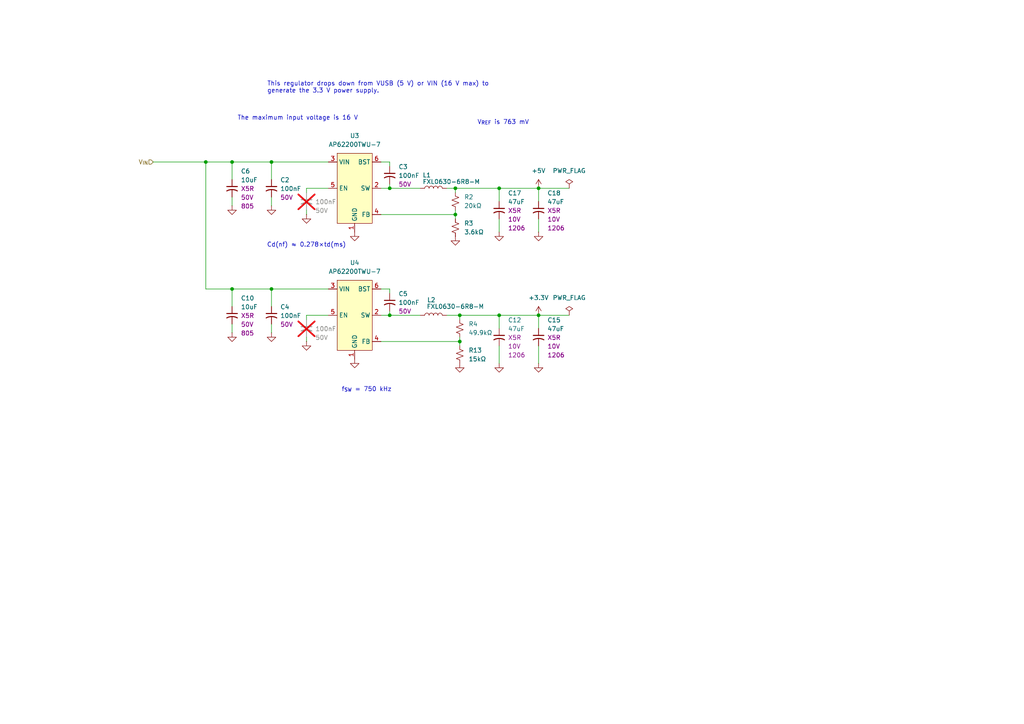
<source format=kicad_sch>
(kicad_sch (version 20250114) (generator "eeschema") (generator_version "9.0")
  (paper "A4")
  (lib_symbols
    (symbol "!Capacitor-0603:100nF_X7R_50V" (pin_numbers (hide yes)) (pin_names (offset 0.254) (hide yes))
      (property "Reference" "C" (at 2.032 1.778 0))
      (property "Value" "100nF" (at 2.032 0 0))
      (property "Voltage" "50V" (at 2.032 -1.778 0))
      (symbol "100nF_X7R_50V_0_1"
        (polyline (pts (xy -1.524 0.508) (xy 1.524 0.508)) (stroke (width 0.3048)))
        (arc (start -1.524 -0.762) (mid 0 -0.3734) (end 1.524 -0.762) (stroke (width 0.3048)))
      )
      (symbol "100nF_X7R_50V_1_1"
        (pin passive line (at 0 2.54 270) (length 2.032) (name "~") (number "1"))
        (pin passive line (at 0 -2.54 90) (length 2.032) (name "~") (number "2"))
      )
    )
    (symbol "!Capacitor-0805:10uF_X5R_50V" (pin_numbers (hide yes)) (pin_names (offset 0.254) (hide yes))
      (property "Reference" "C" (at 2.032 1.778 0))
      (property "Value" "10uF" (at 0.254 -2.032 0))
      (property "Tempco" "X5R" (at 2.032 -1.778 0))
      (property "Voltage" "50V" (at 2.032 0 0))
      (property "Package" "805" (at 2.032 -3.556 0))
      (symbol "10uF_X5R_50V_0_1"
        (polyline (pts (xy -1.524 0.508) (xy 1.524 0.508)) (stroke (width 0.3048)))
        (arc (start -1.524 -0.762) (mid 0 -0.3734) (end 1.524 -0.762) (stroke (width 0.3048)))
      )
      (symbol "10uF_X5R_50V_1_1"
        (pin passive line (at 0 2.54 270) (length 2.032) (name "~") (number "1"))
        (pin passive line (at 0 -2.54 90) (length 2.032) (name "~") (number "2"))
      )
    )
    (symbol "!Capacitor-1206:47uF_X5R_10V" (pin_numbers (hide yes)) (pin_names (offset 0.254) (hide yes))
      (property "Reference" "C" (at 2.032 1.778 0))
      (property "Value" "47uF" (at 0.254 -2.032 0))
      (property "Tempco" "X5R" (at 2.032 -1.778 0))
      (property "Voltage" "10V" (at 2.032 0 0))
      (property "Package" "1206" (at 2.032 -3.556 0))
      (symbol "47uF_X5R_10V_0_1"
        (polyline (pts (xy -1.524 0.508) (xy 1.524 0.508)) (stroke (width 0.3048)))
        (arc (start -1.524 -0.762) (mid 0 -0.3734) (end 1.524 -0.762) (stroke (width 0.3048)))
      )
      (symbol "47uF_X5R_10V_1_1"
        (pin passive line (at 0 2.54 270) (length 2.032) (name "~") (number "1"))
        (pin passive line (at 0 -2.54 90) (length 2.032) (name "~") (number "2"))
      )
    )
    (symbol "!Inductor-Power:FXL0630-6R8-M" (pin_numbers (hide yes)) (pin_names (offset 1.016) (hide yes))
      (property "Reference" "L" (at -1.27 0 90))
      (property "Value" "FXL0630-6R8-M" (at 1.905 0 90))
      (symbol "FXL0630-6R8-M_0_1"
        (arc (start 0 2.54) (mid 0.6323 1.905) (end 0 1.27))
        (arc (start 0 1.27) (mid 0.6323 0.635) (end 0 0))
        (arc (start 0 0) (mid 0.6323 -0.635) (end 0 -1.27))
        (arc (start 0 -1.27) (mid 0.6323 -1.905) (end 0 -2.54))
      )
      (symbol "FXL0630-6R8-M_1_1"
        (pin passive line (at 0 3.81 270) (length 1.27) (name "1") (number "1"))
        (pin passive line (at 0 -3.81 90) (length 1.27) (name "2") (number "2"))
      )
    )
    (symbol "!Power Management:AP62200TWU-7"
      (property "Reference" "U" (at 0 13.462 0))
      (property "Value" "AP62200TWU-7" (at 0 11.176 0))
      (symbol "AP62200TWU-7_0_0"
        (pin power_in line (at -7.62 7.62 0) (length 2.54) (name "VIN") (number "3"))
        (pin input line (at -7.62 0 0) (length 2.54) (name "EN") (number "5"))
        (pin power_in line (at 0 -12.7 90) (length 2.54) (name "GND") (number "1"))
        (pin passive line (at 7.62 7.62 180) (length 2.54) (name "BST") (number "6"))
        (pin passive line (at 7.62 0 180) (length 2.54) (name "SW") (number "2"))
        (pin passive line (at 7.62 -7.62 180) (length 2.54) (name "FB") (number "4"))
      )
      (symbol "AP62200TWU-7_1_1"
        (rectangle (start -5.08 10.16) (end 5.08 -10.16) (fill (type background)))
      )
    )
    (symbol "!Resistor-0603:15kΩ" (pin_numbers (hide yes)) (pin_names (offset 0.254) (hide yes))
      (property "Reference" "R" (at 1.27 1.27 0))
      (property "Value" "15kΩ" (at 1.27 -0.508 0))
      (symbol "15kΩ_1_1"
        (polyline (pts (xy 0 1.524) (xy 1.016 1.143) (xy 0 0.762) (xy -1.016 0.381) (xy 0 0)))
        (polyline (pts (xy 0 0) (xy 1.016 -0.381) (xy 0 -0.762) (xy -1.016 -1.143) (xy 0 -1.524)))
        (pin passive line (at 0 2.54 270) (length 1.016) (name "~") (number "1"))
        (pin passive line (at 0 -2.54 90) (length 1.016) (name "~") (number "2"))
      )
    )
    (symbol "!Resistor-0603:20kΩ" (pin_numbers (hide yes)) (pin_names (offset 0.254) (hide yes))
      (property "Reference" "R" (at 1.27 1.27 0))
      (property "Value" "20kΩ" (at 1.27 -0.508 0))
      (symbol "20kΩ_1_1"
        (polyline (pts (xy 0 1.524) (xy 1.016 1.143) (xy 0 0.762) (xy -1.016 0.381) (xy 0 0)))
        (polyline (pts (xy 0 0) (xy 1.016 -0.381) (xy 0 -0.762) (xy -1.016 -1.143) (xy 0 -1.524)))
        (pin passive line (at 0 2.54 270) (length 1.016) (name "~") (number "1"))
        (pin passive line (at 0 -2.54 90) (length 1.016) (name "~") (number "2"))
      )
    )
    (symbol "!Resistor-0603:3.6kΩ" (pin_numbers (hide yes)) (pin_names (offset 0.254) (hide yes))
      (property "Reference" "R" (at 1.27 1.27 0))
      (property "Value" "3.6kΩ" (at 1.27 -0.508 0))
      (symbol "3.6kΩ_1_1"
        (polyline (pts (xy 0 1.524) (xy 1.016 1.143) (xy 0 0.762) (xy -1.016 0.381) (xy 0 0)))
        (polyline (pts (xy 0 0) (xy 1.016 -0.381) (xy 0 -0.762) (xy -1.016 -1.143) (xy 0 -1.524)))
        (pin passive line (at 0 2.54 270) (length 1.016) (name "~") (number "1"))
        (pin passive line (at 0 -2.54 90) (length 1.016) (name "~") (number "2"))
      )
    )
    (symbol "!Resistor-0603:49.9kΩ" (pin_numbers (hide yes)) (pin_names (offset 0.254) (hide yes))
      (property "Reference" "R" (at 1.27 1.27 0))
      (property "Value" "49.9kΩ" (at 1.27 -0.508 0))
      (symbol "49.9kΩ_1_1"
        (polyline (pts (xy 0 1.524) (xy 1.016 1.143) (xy 0 0.762) (xy -1.016 0.381) (xy 0 0)))
        (polyline (pts (xy 0 0) (xy 1.016 -0.381) (xy 0 -0.762) (xy -1.016 -1.143) (xy 0 -1.524)))
        (pin passive line (at 0 2.54 270) (length 1.016) (name "~") (number "1"))
        (pin passive line (at 0 -2.54 90) (length 1.016) (name "~") (number "2"))
      )
    )
    (symbol "power:+5V" (power) (pin_numbers (hide yes)) (pin_names (offset 0) (hide yes))
      (property "Value" "+5V" (at 0 3.556 0))
      (symbol "+5V_0_1"
        (polyline (pts (xy -0.762 1.27) (xy 0 2.54)))
        (polyline (pts (xy 0 2.54) (xy 0.762 1.27)))
        (polyline (pts (xy 0 0) (xy 0 2.54)))
      )
      (symbol "+5V_1_1"
        (pin power_in line (at 0 0 90) (length 0) (name "~") (number "1"))
      )
    )
    (symbol "power:GND" (power) (pin_numbers (hide yes)) (pin_names (offset 0) (hide yes))
      (property "Value" "GND" (at 0 -3.81 0))
      (symbol "GND_0_1"
        (polyline (pts (xy 0 0) (xy 0 -1.27) (xy 1.27 -1.27) (xy 0 -2.54) (xy -1.27 -1.27) (xy 0 -1.27)))
      )
      (symbol "GND_1_1"
        (pin power_in line (at 0 0 270) (length 0) (name "~") (number "1"))
      )
    )
    (symbol "power:PWR_FLAG" (power) (pin_numbers (hide yes)) (pin_names (offset 0) (hide yes))
      (property "Value" "PWR_FLAG" (at 0 3.81 0))
      (symbol "PWR_FLAG_0_0"
        (pin power_out line (at 0 0 90) (length 0) (name "~") (number "1"))
      )
      (symbol "PWR_FLAG_0_1"
        (polyline (pts (xy 0 0) (xy 0 1.27) (xy -1.016 1.905) (xy 0 2.54) (xy 1.016 1.905) (xy 0 1.27)))
      )
    )
  )
  (text "This regulator drops down from VUSB (5 V) or VIN (16 V max) to \ngenerate the 3.3 V power supply." (at 77.47 25.4 0) (effects (font (size 1.27 1.27)) (justify left)))
  (text "f_{SW} = 750 kHz" (at 99.06 113.03 0) (effects (font (size 1.27 1.27)) (justify left)))
  (text "V_{REF} is 763 mV" (at 138.43 35.56 0) (effects (font (size 1.27 1.27)) (justify left)))
  (text "Cd(nf) ≈ 0.278×td(ms)" (at 88.9 71.12 0) (effects (font (size 1.27 1.27))))
  (text "The maximum input voltage is 16 V" (at 86.36 34.29 0) (effects (font (size 1.27 1.27))))
  (junction (at 113.03 91.44))
  (junction (at 67.31 83.82))
  (junction (at 113.03 54.61))
  (junction (at 132.08 54.61))
  (junction (at 67.31 46.99))
  (junction (at 144.78 54.61))
  (junction (at 133.35 91.44))
  (junction (at 78.74 83.82))
  (junction (at 133.35 99.06))
  (junction (at 144.78 91.44))
  (junction (at 132.08 62.23))
  (junction (at 156.21 54.61))
  (junction (at 156.21 91.44))
  (junction (at 78.74 46.99))
  (junction (at 59.69 46.99))
  (wire (pts (xy 110.49 83.82) (xy 113.03 83.82)))
  (wire (pts (xy 110.49 46.99) (xy 113.03 46.99)))
  (wire (pts (xy 88.9 97.79) (xy 88.9 99.06)))
  (wire (pts (xy 113.03 54.61) (xy 121.92 54.61)))
  (wire (pts (xy 67.31 57.15) (xy 67.31 59.69)))
  (wire (pts (xy 110.49 91.44) (xy 113.03 91.44)))
  (wire (pts (xy 88.9 54.61) (xy 95.25 54.61)))
  (wire (pts (xy 133.35 97.79) (xy 133.35 99.06)))
  (wire (pts (xy 67.31 46.99) (xy 59.69 46.99)))
  (wire (pts (xy 113.03 46.99) (xy 113.03 48.26)))
  (wire (pts (xy 78.74 57.15) (xy 78.74 59.69)))
  (wire (pts (xy 110.49 54.61) (xy 113.03 54.61)))
  (wire (pts (xy 78.74 83.82) (xy 95.25 83.82)))
  (wire (pts (xy 133.35 99.06) (xy 133.35 100.33)))
  (wire (pts (xy 67.31 83.82) (xy 59.69 83.82)))
  (wire (pts (xy 156.21 91.44) (xy 144.78 91.44)))
  (wire (pts (xy 67.31 93.98) (xy 67.31 96.52)))
  (wire (pts (xy 67.31 83.82) (xy 67.31 88.9)))
  (wire (pts (xy 78.74 93.98) (xy 78.74 96.52)))
  (wire (pts (xy 144.78 58.42) (xy 144.78 54.61)))
  (wire (pts (xy 132.08 62.23) (xy 132.08 63.5)))
  (wire (pts (xy 113.03 90.17) (xy 113.03 91.44)))
  (wire (pts (xy 78.74 83.82) (xy 67.31 83.82)))
  (wire (pts (xy 144.78 100.33) (xy 144.78 105.41)))
  (wire (pts (xy 156.21 63.5) (xy 156.21 67.31)))
  (wire (pts (xy 44.45 46.99) (xy 59.69 46.99)))
  (wire (pts (xy 133.35 91.44) (xy 133.35 92.71)))
  (wire (pts (xy 132.08 60.96) (xy 132.08 62.23)))
  (wire (pts (xy 156.21 54.61) (xy 156.21 58.42)))
  (wire (pts (xy 78.74 46.99) (xy 95.25 46.99)))
  (wire (pts (xy 129.54 54.61) (xy 132.08 54.61)))
  (wire (pts (xy 88.9 91.44) (xy 95.25 91.44)))
  (wire (pts (xy 132.08 54.61) (xy 132.08 55.88)))
  (wire (pts (xy 132.08 54.61) (xy 144.78 54.61)))
  (wire (pts (xy 88.9 91.44) (xy 88.9 92.71)))
  (wire (pts (xy 88.9 60.96) (xy 88.9 62.23)))
  (wire (pts (xy 156.21 91.44) (xy 165.1 91.44)))
  (wire (pts (xy 156.21 100.33) (xy 156.21 105.41)))
  (wire (pts (xy 113.03 83.82) (xy 113.03 85.09)))
  (wire (pts (xy 110.49 99.06) (xy 133.35 99.06)))
  (wire (pts (xy 59.69 46.99) (xy 59.69 83.82)))
  (wire (pts (xy 67.31 46.99) (xy 67.31 52.07)))
  (wire (pts (xy 133.35 91.44) (xy 144.78 91.44)))
  (wire (pts (xy 110.49 62.23) (xy 132.08 62.23)))
  (wire (pts (xy 156.21 91.44) (xy 156.21 95.25)))
  (wire (pts (xy 129.54 91.44) (xy 133.35 91.44)))
  (wire (pts (xy 113.03 53.34) (xy 113.03 54.61)))
  (wire (pts (xy 156.21 54.61) (xy 165.1 54.61)))
  (wire (pts (xy 144.78 95.25) (xy 144.78 91.44)))
  (wire (pts (xy 67.31 46.99) (xy 78.74 46.99)))
  (wire (pts (xy 144.78 63.5) (xy 144.78 67.31)))
  (wire (pts (xy 113.03 91.44) (xy 121.92 91.44)))
  (wire (pts (xy 78.74 46.99) (xy 78.74 52.07)))
  (wire (pts (xy 156.21 54.61) (xy 144.78 54.61)))
  (wire (pts (xy 88.9 55.88) (xy 88.9 54.61)))
  (wire (pts (xy 78.74 83.82) (xy 78.74 88.9)))
  (hierarchical_label "V_{IN}" (shape input) (at 44.45 46.99 180))
  (symbol (lib_id "!Capacitor-0603:100nF_X7R_50V") (at 78.74 91.44 0) (unit 1)
    (property "Reference" "C4" (at 81.28 89.0269 0) (effects (justify left)))
    (property "Value" "100nF" (at 81.28 91.5669 0) (effects (justify left)))
    (property "Footprint" "Capacitor_SMD:C_0603_1608Metric" (effects (hide yes)))
    (property "Datasheet" "https://www.lcsc.com/datasheet/lcsc_datasheet_2211101700_YAGEO-CC0603KRX7R9BB104_C14663.pdf" (effects (hide yes)))
    (property "Description" "100nF 50V X7R ±10%" (effects (hide yes)))
    (property "Tempco" "X7R" (effects (hide yes)))
    (property "Voltage" "50V" (at 81.28 94.1069 0) (effects (justify left)))
    (property "Package" "603" (effects (hide yes)))
    (property "JLCPCB" "C14663" (effects (hide yes)))
    (property "Tolerance" "±10%" (effects (hide yes)))
  )
  (symbol (lib_id "power:GND") (at 133.35 105.41 0) (unit 1)
    (property "Reference" "#PWR037" (effects (hide yes)))
    (property "Value" "GND" (effects (hide yes)))
    (property "Description" "Power symbol creates a global label with name \"GND\" , ground" (effects (hide yes)))
  )
  (symbol (lib_id "!Capacitor-1206:47uF_X5R_10V") (at 156.21 97.79 0) (unit 1)
    (property "Reference" "C15" (at 158.75 92.8369 0) (effects (justify left)))
    (property "Value" "47uF" (at 158.75 95.3769 0) (effects (justify left)))
    (property "Footprint" "Capacitor_SMD:C_0805_2012Metric" (effects (hide yes)))
    (property "Datasheet" "https://www.lcsc.com/datasheet/lcsc_datasheet_2304140030_Samsung-Electro-Mechanics-CL31A476MPHNNNE_C96123.pdf" (effects (hide yes)))
    (property "Description" "47uF 10V X5R ±20%" (effects (hide yes)))
    (property "Tempco" "X5R" (at 158.75 97.9169 0) (effects (justify left)))
    (property "Voltage" "10V" (at 158.75 100.4569 0) (effects (justify left)))
    (property "Package" "1206" (at 158.75 102.9969 0) (effects (justify left)))
    (property "JLCPCB" "C96123" (effects (hide yes)))
    (property "Tolerance" "±20%" (effects (hide yes)))
  )
  (symbol (lib_id "!Capacitor-0603:100nF_X7R_50V") (at 78.74 54.61 0) (unit 1)
    (property "Reference" "C2" (at 81.28 52.1969 0) (effects (justify left)))
    (property "Value" "100nF" (at 81.28 54.7369 0) (effects (justify left)))
    (property "Footprint" "Capacitor_SMD:C_0603_1608Metric" (effects (hide yes)))
    (property "Datasheet" "https://www.lcsc.com/datasheet/lcsc_datasheet_2211101700_YAGEO-CC0603KRX7R9BB104_C14663.pdf" (effects (hide yes)))
    (property "Description" "100nF 50V X7R ±10%" (effects (hide yes)))
    (property "Tempco" "X7R" (effects (hide yes)))
    (property "Voltage" "50V" (at 81.28 57.2769 0) (effects (justify left)))
    (property "Package" "603" (effects (hide yes)))
    (property "JLCPCB" "C14663" (effects (hide yes)))
    (property "Tolerance" "±10%" (effects (hide yes)))
  )
  (symbol (lib_id "power:GND") (at 78.74 59.69 0) (unit 1)
    (property "Reference" "#PWR017" (effects (hide yes)))
    (property "Value" "GND" (effects (hide yes)))
    (property "Description" "Power symbol creates a global label with name \"GND\" , ground" (effects (hide yes)))
  )
  (symbol (lib_id "power:GND") (at 67.31 59.69 0) (unit 1)
    (property "Reference" "#PWR019" (effects (hide yes)))
    (property "Value" "GND" (effects (hide yes)))
    (property "Description" "Power symbol creates a global label with name \"GND\" , ground" (effects (hide yes)))
  )
  (symbol (lib_id "power:GND") (at 132.08 68.58 0) (unit 1)
    (property "Reference" "#PWR015" (effects (hide yes)))
    (property "Value" "GND" (effects (hide yes)))
    (property "Description" "Power symbol creates a global label with name \"GND\" , ground" (effects (hide yes)))
  )
  (symbol (lib_id "!Resistor-0603:49.9kΩ") (at 133.35 95.25 0) (unit 1)
    (property "Reference" "R4" (at 135.89 93.9799 0) (effects (justify left)))
    (property "Value" "49.9kΩ" (at 135.89 96.5199 0) (effects (justify left)))
    (property "Footprint" "Resistor_SMD:R_0603_1608Metric" (effects (hide yes)))
    (property "Datasheet" "https://www.lcsc.com/datasheet/lcsc_datasheet_2206010116_UNI-ROYAL-Uniroyal-Elec-0603WAF4992T5E_C23184.pdf" (effects (hide yes)))
    (property "Description" "49.9kΩ 100mW ±1% ±100ppm/℃" (effects (hide yes)))
    (property "Tolerance" "±1%" (effects (hide yes)))
    (property "Package" "603" (effects (hide yes)))
    (property "JLCPCB" "C23184" (effects (hide yes)))
    (property "Power" "100mW" (effects (hide yes)))
    (property "Tempco" "±100ppm/℃" (effects (hide yes)))
  )
  (symbol (lib_id "!Inductor-Power:FXL0630-6R8-M") (at 125.73 54.61 90) (unit 1)
    (property "Reference" "L1" (at 122.555 50.8 90) (effects (justify right)))
    (property "Value" "FXL0630-6R8-M" (at 122.555 52.705 90) (effects (justify right)))
    (property "Footprint" "Inductor_SMD:L_Changjiang_FXL0630" (effects (hide yes)))
    (property "Datasheet" "https://jlcpcb.com/api/file/downloadByFileSystemAccessId/8608737232124080128" (effects (hide yes)))
    (property "Description" "48mΩ 5A 6.8uH 5A Molded Inductor ±20% SMD,7x6.6mm Power Inductor" (effects (hide yes)))
    (property "JLCPCB" "C167221" (effects (hide yes)))
  )
  (symbol (lib_id "!Capacitor-0603:100nF_X7R_50V") (at 88.9 58.42 0) (unit 1) (dnp yes)
    (property "Reference" "C11" (effects (hide yes)))
    (property "Value" "100nF" (at 91.44 58.5469 0) (effects (justify left)))
    (property "Footprint" "Capacitor_SMD:C_0603_1608Metric" (effects (hide yes)))
    (property "Datasheet" "https://www.lcsc.com/datasheet/lcsc_datasheet_2211101700_YAGEO-CC0603KRX7R9BB104_C14663.pdf" (effects (hide yes)))
    (property "Description" "100nF 50V X7R ±10%" (effects (hide yes)))
    (property "Tempco" "X7R" (effects (hide yes)))
    (property "Voltage" "50V" (at 91.44 61.0869 0) (effects (justify left)))
    (property "Package" "603" (effects (hide yes)))
    (property "JLCPCB" "C14663" (effects (hide yes)))
    (property "Tolerance" "±10%" (effects (hide yes)))
  )
  (symbol (lib_id "power:GND") (at 78.74 96.52 0) (unit 1)
    (property "Reference" "#PWR018" (effects (hide yes)))
    (property "Value" "GND" (effects (hide yes)))
    (property "Description" "Power symbol creates a global label with name \"GND\" , ground" (effects (hide yes)))
  )
  (symbol (lib_id "power:GND") (at 102.87 67.31 0) (unit 1)
    (property "Reference" "#PWR016" (effects (hide yes)))
    (property "Value" "GND" (effects (hide yes)))
    (property "Description" "Power symbol creates a global label with name \"GND\" , ground" (effects (hide yes)))
  )
  (symbol (lib_id "!Resistor-0603:20kΩ") (at 132.08 58.42 0) (unit 1)
    (property "Reference" "R2" (at 134.62 57.1499 0) (effects (justify left)))
    (property "Value" "20kΩ" (at 134.62 59.6899 0) (effects (justify left)))
    (property "Footprint" "Resistor_SMD:R_0603_1608Metric" (effects (hide yes)))
    (property "Datasheet" "https://www.lcsc.com/datasheet/lcsc_datasheet_2206010230_UNI-ROYAL-Uniroyal-Elec-0603WAF2002T5E_C4184.pdf" (effects (hide yes)))
    (property "Description" "20kΩ 100mW ±1% ±100ppm/℃" (effects (hide yes)))
    (property "Tolerance" "±1%" (effects (hide yes)))
    (property "Package" "603" (effects (hide yes)))
    (property "JLCPCB" "C4184" (effects (hide yes)))
    (property "Power" "100mW" (effects (hide yes)))
    (property "Tempco" "±100ppm/℃" (effects (hide yes)))
  )
  (symbol (lib_id "!Resistor-0603:15kΩ") (at 133.35 102.87 0) (unit 1)
    (property "Reference" "R13" (at 135.89 101.5999 0) (effects (justify left)))
    (property "Value" "15kΩ" (at 135.89 104.1399 0) (effects (justify left)))
    (property "Footprint" "Resistor_SMD:R_0603_1608Metric" (effects (hide yes)))
    (property "Datasheet" "https://www.lcsc.com/datasheet/lcsc_datasheet_2206010130_UNI-ROYAL-Uniroyal-Elec-0603WAF1502T5E_C22809.pdf" (effects (hide yes)))
    (property "Description" "15kΩ 100mW ±1% ±100ppm/℃" (effects (hide yes)))
    (property "Tolerance" "±1%" (effects (hide yes)))
    (property "Package" "603" (effects (hide yes)))
    (property "JLCPCB" "C22809" (effects (hide yes)))
    (property "Power" "100mW" (effects (hide yes)))
    (property "Tempco" "±100ppm/℃" (effects (hide yes)))
  )
  (symbol (lib_id "power:GND") (at 88.9 99.06 0) (unit 1)
    (property "Reference" "#PWR045" (effects (hide yes)))
    (property "Value" "GND" (effects (hide yes)))
    (property "Description" "Power symbol creates a global label with name \"GND\" , ground" (effects (hide yes)))
  )
  (symbol (lib_id "!Inductor-Power:FXL0630-6R8-M") (at 125.73 91.44 90) (unit 1)
    (property "Reference" "L2" (at 125.095 86.995 90))
    (property "Value" "FXL0630-6R8-M" (at 132.08 88.9 90))
    (property "Footprint" "Inductor_SMD:L_Changjiang_FXL0630" (effects (hide yes)))
    (property "Datasheet" "https://jlcpcb.com/api/file/downloadByFileSystemAccessId/8608737232124080128" (effects (hide yes)))
    (property "Description" "48mΩ 5A 6.8uH 5A Molded Inductor ±20% SMD,7x6.6mm Power Inductor" (effects (hide yes)))
    (property "JLCPCB" "C167221" (effects (hide yes)))
  )
  (symbol (lib_id "power:+5V") (at 156.21 91.44 0) (unit 1)
    (property "Reference" "#PWR038" (effects (hide yes)))
    (property "Value" "+3.3V" (at 156.21 86.36 0))
    (property "Description" "Power symbol creates a global label with name \"+5V\"" (effects (hide yes)))
  )
  (symbol (lib_id "!Capacitor-0603:100nF_X7R_50V") (at 113.03 87.63 0) (unit 1)
    (property "Reference" "C5" (at 115.57 85.2169 0) (effects (justify left)))
    (property "Value" "100nF" (at 115.57 87.7569 0) (effects (justify left)))
    (property "Footprint" "Capacitor_SMD:C_0603_1608Metric" (effects (hide yes)))
    (property "Datasheet" "https://www.lcsc.com/datasheet/lcsc_datasheet_2211101700_YAGEO-CC0603KRX7R9BB104_C14663.pdf" (effects (hide yes)))
    (property "Description" "100nF 50V X7R ±10%" (effects (hide yes)))
    (property "Tempco" "X7R" (effects (hide yes)))
    (property "Voltage" "50V" (at 115.57 90.2969 0) (effects (justify left)))
    (property "Package" "603" (effects (hide yes)))
    (property "JLCPCB" "C14663" (effects (hide yes)))
    (property "Tolerance" "±10%" (effects (hide yes)))
  )
  (symbol (lib_id "power:GND") (at 102.87 104.14 0) (unit 1)
    (property "Reference" "#PWR036" (effects (hide yes)))
    (property "Value" "GND" (effects (hide yes)))
    (property "Description" "Power symbol creates a global label with name \"GND\" , ground" (effects (hide yes)))
  )
  (symbol (lib_id "power:GND") (at 156.21 105.41 0) (unit 1)
    (property "Reference" "#PWR050" (effects (hide yes)))
    (property "Value" "GND" (effects (hide yes)))
    (property "Description" "Power symbol creates a global label with name \"GND\" , ground" (effects (hide yes)))
  )
  (symbol (lib_id "!Capacitor-1206:47uF_X5R_10V") (at 156.21 60.96 0) (unit 1)
    (property "Reference" "C18" (at 158.75 56.0069 0) (effects (justify left)))
    (property "Value" "47uF" (at 158.75 58.5469 0) (effects (justify left)))
    (property "Footprint" "Capacitor_SMD:C_0805_2012Metric" (effects (hide yes)))
    (property "Datasheet" "https://www.lcsc.com/datasheet/lcsc_datasheet_2304140030_Samsung-Electro-Mechanics-CL31A476MPHNNNE_C96123.pdf" (effects (hide yes)))
    (property "Description" "47uF 10V X5R ±20%" (effects (hide yes)))
    (property "Tempco" "X5R" (at 158.75 61.0869 0) (effects (justify left)))
    (property "Voltage" "10V" (at 158.75 63.6269 0) (effects (justify left)))
    (property "Package" "1206" (at 158.75 66.1669 0) (effects (justify left)))
    (property "JLCPCB" "C96123" (effects (hide yes)))
    (property "Tolerance" "±20%" (effects (hide yes)))
  )
  (symbol (lib_id "!Capacitor-1206:47uF_X5R_10V") (at 144.78 60.96 0) (unit 1)
    (property "Reference" "C17" (at 147.32 56.0069 0) (effects (justify left)))
    (property "Value" "47uF" (at 147.32 58.5469 0) (effects (justify left)))
    (property "Footprint" "Capacitor_SMD:C_0805_2012Metric" (effects (hide yes)))
    (property "Datasheet" "https://www.lcsc.com/datasheet/lcsc_datasheet_2304140030_Samsung-Electro-Mechanics-CL31A476MPHNNNE_C96123.pdf" (effects (hide yes)))
    (property "Description" "47uF 10V X5R ±20%" (effects (hide yes)))
    (property "Tempco" "X5R" (at 147.32 61.0869 0) (effects (justify left)))
    (property "Voltage" "10V" (at 147.32 63.6269 0) (effects (justify left)))
    (property "Package" "1206" (at 147.32 66.1669 0) (effects (justify left)))
    (property "JLCPCB" "C96123" (effects (hide yes)))
    (property "Tolerance" "±20%" (effects (hide yes)))
  )
  (symbol (lib_id "!Capacitor-1206:47uF_X5R_10V") (at 144.78 97.79 0) (unit 1)
    (property "Reference" "C12" (at 147.32 92.8369 0) (effects (justify left)))
    (property "Value" "47uF" (at 147.32 95.3769 0) (effects (justify left)))
    (property "Footprint" "Capacitor_SMD:C_0805_2012Metric" (effects (hide yes)))
    (property "Datasheet" "https://www.lcsc.com/datasheet/lcsc_datasheet_2304140030_Samsung-Electro-Mechanics-CL31A476MPHNNNE_C96123.pdf" (effects (hide yes)))
    (property "Description" "47uF 10V X5R ±20%" (effects (hide yes)))
    (property "Tempco" "X5R" (at 147.32 97.9169 0) (effects (justify left)))
    (property "Voltage" "10V" (at 147.32 100.4569 0) (effects (justify left)))
    (property "Package" "1206" (at 147.32 102.9969 0) (effects (justify left)))
    (property "JLCPCB" "C96123" (effects (hide yes)))
    (property "Tolerance" "±20%" (effects (hide yes)))
  )
  (symbol (lib_id "power:GND") (at 67.31 96.52 0) (unit 1)
    (property "Reference" "#PWR048" (effects (hide yes)))
    (property "Value" "GND" (effects (hide yes)))
    (property "Description" "Power symbol creates a global label with name \"GND\" , ground" (effects (hide yes)))
  )
  (symbol (lib_id "!Power Management:AP62200TWU-7") (at 102.87 54.61 0) (unit 1)
    (property "Reference" "U3" (at 102.87 39.37 0))
    (property "Value" "AP62200TWU-7" (at 102.87 41.91 0))
    (property "Footprint" "Package_TO_SOT_SMD:SOT-23-6" (effects (hide yes)))
    (property "Datasheet" "https://jlcpcb.com/api/file/downloadByFileSystemAccessId/8560089911954341888" (effects (hide yes)))
    (property "Description" "Buck Switching Regulator IC Positive Adjustable 0.8V 1 Output 2A SOT-23-6 Thin, TSOT-23-6" (effects (hide yes)))
    (property "JLCPCB" "C2895288" (effects (hide yes)))
  )
  (symbol (lib_id "!Capacitor-0603:100nF_X7R_50V") (at 88.9 95.25 0) (unit 1) (dnp yes)
    (property "Reference" "C13" (effects (hide yes)))
    (property "Value" "100nF" (at 91.44 95.3769 0) (effects (justify left)))
    (property "Footprint" "Capacitor_SMD:C_0603_1608Metric" (effects (hide yes)))
    (property "Datasheet" "https://www.lcsc.com/datasheet/lcsc_datasheet_2211101700_YAGEO-CC0603KRX7R9BB104_C14663.pdf" (effects (hide yes)))
    (property "Description" "100nF 50V X7R ±10%" (effects (hide yes)))
    (property "Tempco" "X7R" (effects (hide yes)))
    (property "Voltage" "50V" (at 91.44 97.9169 0) (effects (justify left)))
    (property "Package" "603" (effects (hide yes)))
    (property "JLCPCB" "C14663" (effects (hide yes)))
    (property "Tolerance" "±10%" (effects (hide yes)))
  )
  (symbol (lib_id "power:PWR_FLAG") (at 165.1 91.44 0) (unit 1)
    (property "Reference" "#FLG02" (effects (hide yes)))
    (property "Value" "PWR_FLAG" (at 165.1 86.36 0))
    (property "Description" "Special symbol for telling ERC where power comes from" (effects (hide yes)))
  )
  (symbol (lib_id "power:+5V") (at 156.21 54.61 0) (unit 1)
    (property "Reference" "#PWR013" (effects (hide yes)))
    (property "Value" "+5V" (at 156.21 49.53 0))
    (property "Description" "Power symbol creates a global label with name \"+5V\"" (effects (hide yes)))
  )
  (symbol (lib_id "power:GND") (at 144.78 105.41 0) (unit 1)
    (property "Reference" "#PWR039" (effects (hide yes)))
    (property "Value" "GND" (effects (hide yes)))
    (property "Description" "Power symbol creates a global label with name \"GND\" , ground" (effects (hide yes)))
  )
  (symbol (lib_id "!Resistor-0603:3.6kΩ") (at 132.08 66.04 0) (unit 1)
    (property "Reference" "R3" (at 134.62 64.7699 0) (effects (justify left)))
    (property "Value" "3.6kΩ" (at 134.62 67.3099 0) (effects (justify left)))
    (property "Footprint" "Resistor_SMD:R_0603_1608Metric" (effects (hide yes)))
    (property "Datasheet" "https://www.lcsc.com/datasheet/lcsc_datasheet_2206010116_UNI-ROYAL-Uniroyal-Elec-0603WAF3601T5E_C22980.pdf" (effects (hide yes)))
    (property "Description" "3.6kΩ 100mW ±1% ±100ppm/℃" (effects (hide yes)))
    (property "Tolerance" "±1%" (effects (hide yes)))
    (property "Package" "603" (effects (hide yes)))
    (property "JLCPCB" "C22980" (effects (hide yes)))
    (property "Power" "100mW" (effects (hide yes)))
    (property "Tempco" "±100ppm/℃" (effects (hide yes)))
  )
  (symbol (lib_id "power:GND") (at 88.9 62.23 0) (unit 1)
    (property "Reference" "#PWR046" (effects (hide yes)))
    (property "Value" "GND" (effects (hide yes)))
    (property "Description" "Power symbol creates a global label with name \"GND\" , ground" (effects (hide yes)))
  )
  (symbol (lib_id "power:PWR_FLAG") (at 165.1 54.61 0) (unit 1)
    (property "Reference" "#FLG01" (effects (hide yes)))
    (property "Value" "PWR_FLAG" (at 165.1 49.53 0))
    (property "Description" "Special symbol for telling ERC where power comes from" (effects (hide yes)))
  )
  (symbol (lib_id "!Power Management:AP62200TWU-7") (at 102.87 91.44 0) (unit 1)
    (property "Reference" "U4" (at 102.87 76.2 0))
    (property "Value" "AP62200TWU-7" (at 102.87 78.74 0))
    (property "Footprint" "Package_TO_SOT_SMD:SOT-23-6" (effects (hide yes)))
    (property "Datasheet" "https://jlcpcb.com/api/file/downloadByFileSystemAccessId/8560089911954341888" (effects (hide yes)))
    (property "Description" "Buck Switching Regulator IC Positive Adjustable 0.8V 1 Output 2A SOT-23-6 Thin, TSOT-23-6" (effects (hide yes)))
    (property "JLCPCB" "C2895288" (effects (hide yes)))
  )
  (symbol (lib_id "!Capacitor-0805:10uF_X5R_50V") (at 67.31 54.61 0) (unit 1)
    (property "Reference" "C6" (at 69.85 49.6569 0) (effects (justify left)))
    (property "Value" "10uF" (at 69.85 52.1969 0) (effects (justify left)))
    (property "Footprint" "Capacitor_SMD:C_0805_2012Metric" (effects (hide yes)))
    (property "Datasheet" "https://www.lcsc.com/datasheet/lcsc_datasheet_2411041759_Murata-Electronics-GRM21BR61H106KE43L_C440198.pdf" (effects (hide yes)))
    (property "Description" "10uF 50V X5R ±10%" (effects (hide yes)))
    (property "Tempco" "X5R" (at 69.85 54.7369 0) (effects (justify left)))
    (property "Voltage" "50V" (at 69.85 57.2769 0) (effects (justify left)))
    (property "Package" "805" (at 69.85 59.8169 0) (effects (justify left)))
    (property "JLCPCB" "C440198" (effects (hide yes)))
    (property "Tolerance" "±10%" (effects (hide yes)))
  )
  (symbol (lib_id "!Capacitor-0603:100nF_X7R_50V") (at 113.03 50.8 0) (unit 1)
    (property "Reference" "C3" (at 115.57 48.3869 0) (effects (justify left)))
    (property "Value" "100nF" (at 115.57 50.9269 0) (effects (justify left)))
    (property "Footprint" "Capacitor_SMD:C_0603_1608Metric" (effects (hide yes)))
    (property "Datasheet" "https://www.lcsc.com/datasheet/lcsc_datasheet_2211101700_YAGEO-CC0603KRX7R9BB104_C14663.pdf" (effects (hide yes)))
    (property "Description" "100nF 50V X7R ±10%" (effects (hide yes)))
    (property "Tempco" "X7R" (effects (hide yes)))
    (property "Voltage" "50V" (at 115.57 53.4669 0) (effects (justify left)))
    (property "Package" "603" (effects (hide yes)))
    (property "JLCPCB" "C14663" (effects (hide yes)))
    (property "Tolerance" "±10%" (effects (hide yes)))
  )
  (symbol (lib_id "!Capacitor-0805:10uF_X5R_50V") (at 67.31 91.44 0) (unit 1)
    (property "Reference" "C10" (at 69.85 86.4869 0) (effects (justify left)))
    (property "Value" "10uF" (at 69.85 89.0269 0) (effects (justify left)))
    (property "Footprint" "Capacitor_SMD:C_0805_2012Metric" (effects (hide yes)))
    (property "Datasheet" "https://www.lcsc.com/datasheet/lcsc_datasheet_2411041759_Murata-Electronics-GRM21BR61H106KE43L_C440198.pdf" (effects (hide yes)))
    (property "Description" "10uF 50V X5R ±10%" (effects (hide yes)))
    (property "Tempco" "X5R" (at 69.85 91.5669 0) (effects (justify left)))
    (property "Voltage" "50V" (at 69.85 94.1069 0) (effects (justify left)))
    (property "Package" "805" (at 69.85 96.6469 0) (effects (justify left)))
    (property "JLCPCB" "C440198" (effects (hide yes)))
    (property "Tolerance" "±10%" (effects (hide yes)))
  )
  (symbol (lib_id "power:GND") (at 144.78 67.31 0) (unit 1)
    (property "Reference" "#PWR014" (effects (hide yes)))
    (property "Value" "GND" (effects (hide yes)))
    (property "Description" "Power symbol creates a global label with name \"GND\" , ground" (effects (hide yes)))
  )
  (symbol (lib_id "power:GND") (at 156.21 67.31 0) (unit 1)
    (property "Reference" "#PWR049" (effects (hide yes)))
    (property "Value" "GND" (effects (hide yes)))
    (property "Description" "Power symbol creates a global label with name \"GND\" , ground" (effects (hide yes)))
  )
)
</source>
